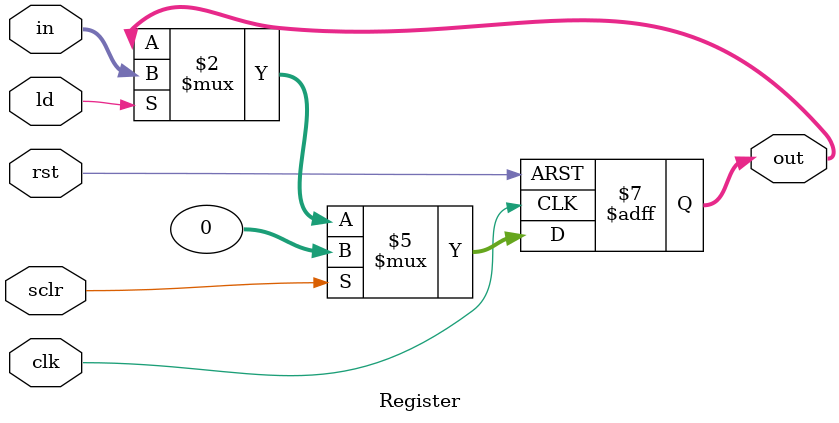
<source format=v>
module Register (in, ld, sclr, clk, rst, out);
    parameter N = 32;
    parameter [N-1:0] Init = {N{1'b0}};

    input [N-1:0] in;
    input ld, sclr, clk, rst;
    output [N-1:0] out;
    reg [N-1:0] out;

    always @(posedge clk or posedge rst) begin
        if (rst)
            out <= Init;
        else if (sclr)
            out <= Init;
        else if (ld)
            out <= in;
    end
endmodule

</source>
